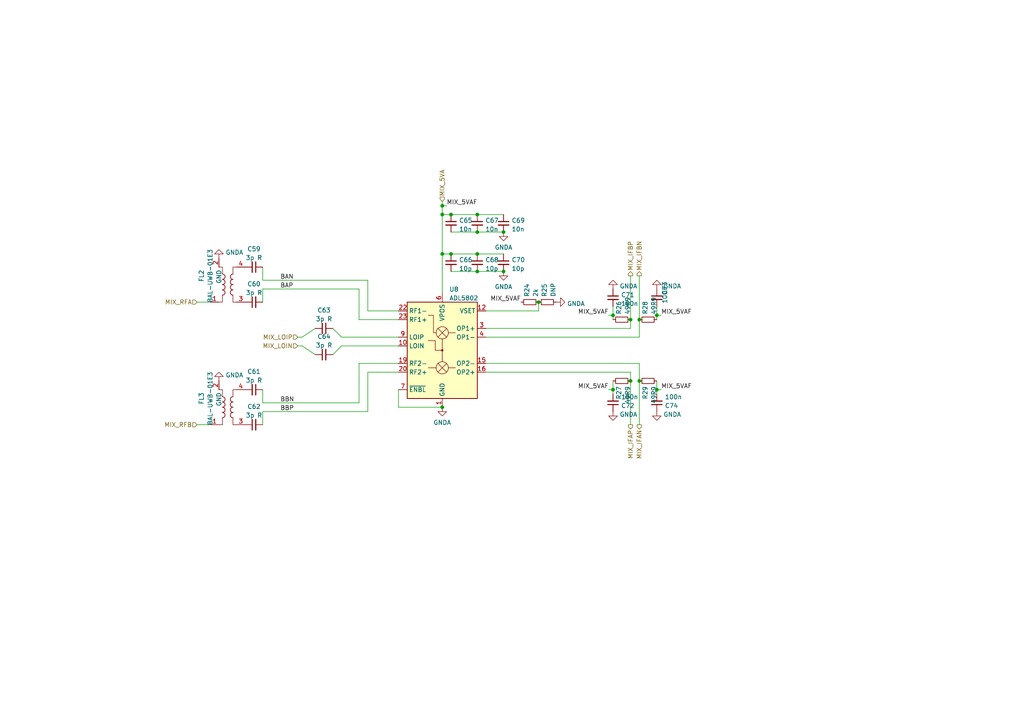
<source format=kicad_sch>
(kicad_sch (version 20230121) (generator eeschema)
  (paper "A4")
  (lib_symbols
    (symbol "BAL-UWB-01E3:BAL-UWB-01E3" (pin_names (offset 0.762))
      (property "Reference" "FL" (at 13.97 2.54 0))
      (property "Value" "BAL-UWB-01E3" (at 13.97 0 0))
      (symbol "BAL-UWB-01E3_1_1"
        (polyline (pts (xy 2.54 -5.08) (xy 2.54 -4.064) (xy 4.572 -4.064)) (stroke (width 0.1524)))
        (polyline (pts (xy 4.572 -1.016) (xy 2.54 -1.016) (xy 2.54 0)) (stroke (width 0.1524)))
        (polyline (pts (xy 10.668 -4.064) (xy 12.7 -4.064) (xy 12.7 -5.08)) (stroke (width 0.1524)))
        (polyline (pts (xy 12.7 0) (xy 12.7 -1.016) (xy 10.668 -1.016)) (stroke (width 0.1524)))
        (arc (start 4.572 -1.016) (mid 5.334 -1.7747) (end 6.096 -1.016) (stroke (width 0.2032)))
        (arc (start 6.096 -4.064) (mid 5.334 -3.3053) (end 4.572 -4.064) (stroke (width 0.2032)))
        (arc (start 6.096 -1.016) (mid 6.858 -1.7747) (end 7.62 -1.016) (stroke (width 0.2032)))
        (arc (start 7.62 -4.064) (mid 6.858 -3.3053) (end 6.096 -4.064) (stroke (width 0.2032)))
        (arc (start 7.62 -1.016) (mid 8.382 -1.7747) (end 9.144 -1.016) (stroke (width 0.2032)))
        (arc (start 9.144 -4.064) (mid 8.382 -3.3053) (end 7.62 -4.064) (stroke (width 0.2032)))
        (arc (start 9.144 -1.016) (mid 9.906 -1.7747) (end 10.668 -1.016) (stroke (width 0.2032)))
        (arc (start 10.668 -4.064) (mid 9.906 -3.3053) (end 9.144 -4.064) (stroke (width 0.2032)))
        (pin passive line (at 12.7 2.54 270) (length 2.54) (name "~") (number "1"))
        (pin power_in line (at 0 0 0) (length 2.54) (name "GND") (number "2"))
        (pin passive line (at 12.7 -7.62 90) (length 2.54) (name "~") (number "3"))
        (pin passive line (at 2.54 -7.62 90) (length 2.54) (name "~") (number "4"))
        (pin passive line (at 0 0 0) (length 2.54) hide (name "GND") (number "5"))
        (pin no_connect line (at 7.62 -5.08 90) (length 2.54) hide (name "NC") (number "6"))
      )
    )
    (symbol "Device:C_Small" (pin_numbers hide) (pin_names (offset 0.254) hide)
      (property "Reference" "C" (at 0.254 1.778 0))
      (property "Value" "C_Small" (at 0.254 -2.032 0))
      (symbol "C_Small_0_1"
        (polyline (pts (xy -1.524 -0.508) (xy 1.524 -0.508)) (stroke (width 0.3302)))
        (polyline (pts (xy -1.524 0.508) (xy 1.524 0.508)) (stroke (width 0.3048)))
      )
      (symbol "C_Small_1_1"
        (pin passive line (at 0 2.54 270) (length 2.032) (name "~") (number "1"))
        (pin passive line (at 0 -2.54 90) (length 2.032) (name "~") (number "2"))
      )
    )
    (symbol "Device:R_Small" (pin_numbers hide) (pin_names (offset 0.254) hide)
      (property "Reference" "R" (at 0.762 0.508 0))
      (property "Value" "R_Small" (at 0.762 -1.016 0))
      (symbol "R_Small_0_1"
        (rectangle (start -0.762 1.778) (end 0.762 -1.778) (stroke (width 0.2032)))
      )
      (symbol "R_Small_1_1"
        (pin passive line (at 0 2.54 270) (length 0.762) (name "~") (number "1"))
        (pin passive line (at 0 -2.54 90) (length 0.762) (name "~") (number "2"))
      )
    )
    (symbol "RF_Mixer:ADL5802"
      (property "Reference" "U" (at -8.89 16.51 0))
      (property "Value" "ADL5802" (at 6.35 16.51 0))
      (symbol "ADL5802_0_1"
        (rectangle (start -10.16 15.24) (end 10.16 -12.7) (stroke (width 0.254)) (fill (type background)))
        (polyline (pts (xy -1.778 -3.81) (xy -4.064 -3.81)))
        (polyline (pts (xy 0 4.572) (xy 0 -2.032)))
        (polyline (pts (xy -1.778 6.35) (xy -2.54 6.35) (xy -2.54 11.43) (xy -4.064 11.43)))
        (polyline (pts (xy 0 1.27) (xy -2.032 1.27) (xy -2.032 4.064) (xy -3.048 4.064) (xy -4.064 4.064)))
        (circle (center 0 1.27) (radius 0.254) (fill (type outline)))
      )
      (symbol "ADL5802_1_1"
        (circle (center 0 -3.81) (radius 1.778))
        (polyline (pts (xy -1.27 -5.08) (xy 1.27 -2.54)))
        (polyline (pts (xy -1.27 -2.54) (xy 1.27 -5.08)))
        (polyline (pts (xy -1.27 5.08) (xy 1.27 7.62)))
        (polyline (pts (xy -1.27 7.62) (xy 1.27 5.08)))
        (circle (center 0 6.35) (radius 1.778))
        (rectangle (start 3.81 -3.81) (end 1.778 -3.81))
        (rectangle (start 3.81 6.35) (end 1.778 6.35))
        (pin power_in line (at 0 -15.24 90) (length 2.54) (name "GND") (number "1"))
        (pin input line (at -12.7 2.54 0) (length 2.54) (name "LOIN") (number "10"))
        (pin passive line (at 0 -15.24 90) (length 2.54) hide (name "GND") (number "11"))
        (pin input line (at 12.7 12.7 180) (length 2.54) (name "VSET") (number "12"))
        (pin passive line (at 0 17.78 270) (length 2.54) hide (name "VPOS") (number "13"))
        (pin passive line (at 0 -15.24 90) (length 2.54) hide (name "GND") (number "14"))
        (pin output line (at 12.7 -2.54 180) (length 2.54) (name "OP2-") (number "15"))
        (pin output line (at 12.7 -5.08 180) (length 2.54) (name "OP2+") (number "16"))
        (pin passive line (at 0 -15.24 90) (length 2.54) hide (name "GND") (number "17"))
        (pin passive line (at 0 -15.24 90) (length 2.54) hide (name "GND") (number "18"))
        (pin input line (at -12.7 -2.54 0) (length 2.54) (name "RF2-") (number "19"))
        (pin passive line (at 0 -15.24 90) (length 2.54) hide (name "GND") (number "2"))
        (pin input line (at -12.7 -5.08 0) (length 2.54) (name "RF2+") (number "20"))
        (pin passive line (at 0 -15.24 90) (length 2.54) hide (name "GND") (number "21"))
        (pin input line (at -12.7 12.7 0) (length 2.54) (name "RF1-") (number "22"))
        (pin input line (at -12.7 10.16 0) (length 2.54) (name "RF1+") (number "23"))
        (pin passive line (at 0 17.78 270) (length 2.54) hide (name "VPOS") (number "24"))
        (pin passive line (at 0 -15.24 90) (length 2.54) hide (name "GND") (number "25"))
        (pin output line (at 12.7 7.62 180) (length 2.54) (name "OP1+") (number "3"))
        (pin output line (at 12.7 5.08 180) (length 2.54) (name "OP1-") (number "4"))
        (pin passive line (at 0 -15.24 90) (length 2.54) hide (name "GND") (number "5"))
        (pin power_in line (at 0 17.78 270) (length 2.54) (name "VPOS") (number "6"))
        (pin input line (at -12.7 -10.16 0) (length 2.54) (name "~{ENBL}") (number "7"))
        (pin passive line (at 0 -15.24 90) (length 2.54) hide (name "GND") (number "8"))
        (pin input line (at -12.7 5.08 0) (length 2.54) (name "LOIP") (number "9"))
      )
    )
    (symbol "power:GNDA" (power) (pin_names (offset 0))
      (property "Value" "GNDA" (at 0 -3.81 0))
      (symbol "GNDA_0_1"
        (polyline (pts (xy 0 0) (xy 0 -1.27) (xy 1.27 -1.27) (xy 0 -2.54) (xy -1.27 -1.27) (xy 0 -1.27)))
      )
      (symbol "GNDA_1_1"
        (pin power_in line (at 0 0 270) (length 0) hide (name "GNDA") (number "1"))
      )
    )
  )
  (junction (at 146.05 67.31))
  (junction (at 190.5 113.03))
  (junction (at 130.81 62.23))
  (junction (at 156.21 87.63))
  (junction (at 182.88 110.49))
  (junction (at 185.42 110.49))
  (junction (at 177.8 113.03))
  (junction (at 128.27 118.11))
  (junction (at 138.43 73.66))
  (junction (at 182.88 92.71))
  (junction (at 185.42 92.71))
  (junction (at 138.43 78.74))
  (junction (at 128.27 62.23))
  (junction (at 128.27 73.66))
  (junction (at 130.81 73.66))
  (junction (at 146.05 78.74))
  (junction (at 138.43 67.31))
  (junction (at 177.8 91.44))
  (junction (at 190.5 91.44))
  (junction (at 138.43 62.23))
  (junction (at 128.27 59.69))
  (wire (pts (xy 138.43 78.74) (xy 146.05 78.74)))
  (wire (pts (xy 182.88 95.25) (xy 182.88 92.71)))
  (wire (pts (xy 128.27 73.66) (xy 130.81 73.66)))
  (wire (pts (xy 57.15 87.63) (xy 60.96 87.63)))
  (wire (pts (xy 86.36 97.79) (xy 87.63 97.79)))
  (wire (pts (xy 177.8 88.9) (xy 177.8 91.44)))
  (wire (pts (xy 99.06 100.33) (xy 96.52 102.87)))
  (wire (pts (xy 185.42 110.49) (xy 185.42 105.41)))
  (wire (pts (xy 115.57 90.17) (xy 106.68 90.17)))
  (wire (pts (xy 104.14 83.82) (xy 104.14 92.71)))
  (wire (pts (xy 190.5 113.03) (xy 191.77 113.03)))
  (wire (pts (xy 86.36 100.33) (xy 87.63 100.33)))
  (wire (pts (xy 130.81 67.31) (xy 138.43 67.31)))
  (wire (pts (xy 185.42 92.71) (xy 185.42 97.79)))
  (wire (pts (xy 185.42 123.19) (xy 185.42 110.49)))
  (wire (pts (xy 130.81 78.74) (xy 138.43 78.74)))
  (wire (pts (xy 87.63 97.79) (xy 91.44 95.25)))
  (wire (pts (xy 140.97 107.95) (xy 182.88 107.95)))
  (wire (pts (xy 130.81 73.66) (xy 138.43 73.66)))
  (wire (pts (xy 190.5 91.44) (xy 190.5 92.71)))
  (wire (pts (xy 76.2 119.38) (xy 106.68 119.38)))
  (wire (pts (xy 128.27 62.23) (xy 130.81 62.23)))
  (wire (pts (xy 115.57 113.03) (xy 115.57 118.11)))
  (wire (pts (xy 76.2 83.82) (xy 76.2 87.63)))
  (wire (pts (xy 87.63 100.33) (xy 91.44 102.87)))
  (wire (pts (xy 176.53 113.03) (xy 177.8 113.03)))
  (wire (pts (xy 182.88 107.95) (xy 182.88 110.49)))
  (wire (pts (xy 182.88 123.19) (xy 182.88 110.49)))
  (wire (pts (xy 104.14 92.71) (xy 115.57 92.71)))
  (wire (pts (xy 128.27 62.23) (xy 128.27 73.66)))
  (wire (pts (xy 190.5 88.9) (xy 190.5 91.44)))
  (wire (pts (xy 190.5 91.44) (xy 191.77 91.44)))
  (wire (pts (xy 138.43 73.66) (xy 146.05 73.66)))
  (wire (pts (xy 190.5 113.03) (xy 190.5 114.3)))
  (wire (pts (xy 96.52 95.25) (xy 99.06 97.79)))
  (wire (pts (xy 130.81 62.23) (xy 138.43 62.23)))
  (wire (pts (xy 115.57 100.33) (xy 99.06 100.33)))
  (wire (pts (xy 185.42 80.01) (xy 185.42 92.71)))
  (wire (pts (xy 128.27 73.66) (xy 128.27 85.09)))
  (wire (pts (xy 138.43 62.23) (xy 146.05 62.23)))
  (wire (pts (xy 115.57 118.11) (xy 128.27 118.11)))
  (wire (pts (xy 185.42 97.79) (xy 140.97 97.79)))
  (wire (pts (xy 140.97 90.17) (xy 156.21 90.17)))
  (wire (pts (xy 106.68 90.17) (xy 106.68 81.28)))
  (wire (pts (xy 138.43 67.31) (xy 146.05 67.31)))
  (wire (pts (xy 177.8 113.03) (xy 177.8 114.3)))
  (wire (pts (xy 76.2 83.82) (xy 104.14 83.82)))
  (wire (pts (xy 106.68 107.95) (xy 115.57 107.95)))
  (wire (pts (xy 177.8 91.44) (xy 176.53 91.44)))
  (wire (pts (xy 76.2 113.03) (xy 76.2 116.84)))
  (wire (pts (xy 76.2 81.28) (xy 106.68 81.28)))
  (wire (pts (xy 190.5 110.49) (xy 190.5 113.03)))
  (wire (pts (xy 128.27 58.42) (xy 128.27 59.69)))
  (wire (pts (xy 140.97 95.25) (xy 182.88 95.25)))
  (wire (pts (xy 177.8 91.44) (xy 177.8 92.71)))
  (wire (pts (xy 76.2 116.84) (xy 104.14 116.84)))
  (wire (pts (xy 76.2 77.47) (xy 76.2 81.28)))
  (wire (pts (xy 128.27 59.69) (xy 128.27 62.23)))
  (wire (pts (xy 76.2 119.38) (xy 76.2 123.19)))
  (wire (pts (xy 57.15 123.19) (xy 60.96 123.19)))
  (wire (pts (xy 182.88 80.01) (xy 182.88 92.71)))
  (wire (pts (xy 104.14 116.84) (xy 104.14 105.41)))
  (wire (pts (xy 99.06 97.79) (xy 115.57 97.79)))
  (wire (pts (xy 185.42 105.41) (xy 140.97 105.41)))
  (wire (pts (xy 156.21 90.17) (xy 156.21 87.63)))
  (wire (pts (xy 128.27 59.69) (xy 129.54 59.69)))
  (wire (pts (xy 177.8 110.49) (xy 177.8 113.03)))
  (wire (pts (xy 104.14 105.41) (xy 115.57 105.41)))
  (wire (pts (xy 106.68 119.38) (xy 106.68 107.95)))
  (label "BBN" (at 81.28 116.84 0))
  (label "MIX_5VAF" (at 129.54 59.69 0))
  (label "MIX_5VAF" (at 191.77 113.03 0))
  (label "MIX_5VAF" (at 176.53 113.03 180))
  (label "MIX_5VAF" (at 151.13 87.63 180))
  (label "MIX_5VAF" (at 176.53 91.44 180))
  (label "BBP" (at 81.28 119.38 0))
  (label "BAP" (at 81.28 83.82 0))
  (label "BAN" (at 81.28 81.28 0))
  (label "MIX_5VAF" (at 191.77 91.44 0))
  (hierarchical_label "MIX_5VA" (shape input) (at 128.27 58.42 90))
  (hierarchical_label "MIX_LOIP" (shape input) (at 86.36 97.79 180))
  (hierarchical_label "MIX_IFBN" (shape output) (at 185.42 80.01 90))
  (hierarchical_label "MIX_IFAP" (shape output) (at 182.88 123.19 270))
  (hierarchical_label "MIX_RFA" (shape input) (at 57.15 87.63 180))
  (hierarchical_label "MIX_IFBP" (shape output) (at 182.88 80.01 90))
  (hierarchical_label "MIX_LOIN" (shape input) (at 86.36 100.33 180))
  (hierarchical_label "MIX_RFB" (shape input) (at 57.15 123.19 180))
  (hierarchical_label "MIX_IFAN" (shape output) (at 185.42 123.19 270))
  (symbol (lib_id "Device:C_Small") (at 138.43 64.77 0) (unit 1)
    (property "Reference" "C67" (at 140.7541 63.9416 0) (effects (justify left)))
    (property "Value" "10n" (at 140.7541 66.4785 0) (effects (justify left)))
    (property "Footprint" "Capacitor_SMD:C_0402_1005Metric" (effects hide))
  )
  (symbol (lib_id "power:GNDA") (at 161.29 87.63 90) (unit 1)
    (property "Reference" "#PWR0148" (effects hide))
    (property "Value" "GNDA" (at 164.465 88.0638 90) (effects (justify right)))
  )
  (symbol (lib_id "Device:C_Small") (at 177.8 86.36 0) (unit 1)
    (property "Reference" "C71" (at 180.1241 85.5316 0) (effects (justify left)))
    (property "Value" "100n" (at 180.1241 88.0685 0) (effects (justify left)))
    (property "Footprint" "Capacitor_SMD:C_0402_1005Metric" (effects hide))
  )
  (symbol (lib_id "Device:R_Small") (at 187.96 110.49 270) (mirror x) (unit 1)
    (property "Reference" "R29" (at 187.1253 111.9886 0) (effects (justify right)))
    (property "Value" "49R9" (at 189.6622 111.9886 0) (effects (justify right)))
    (property "Footprint" "Resistor_SMD:R_0402_1005Metric" (effects hide))
  )
  (symbol (lib_id "power:GNDA") (at 190.5 119.38 0) (mirror y) (unit 1)
    (property "Reference" "#PWR0156" (effects hide))
    (property "Value" "GNDA" (at 192.405 120.2162 0) (effects (justify right)))
  )
  (symbol (lib_id "Device:R_Small") (at 187.96 92.71 270) (unit 1)
    (property "Reference" "R28" (at 187.1253 91.2114 0) (effects (justify right)))
    (property "Value" "49R9" (at 189.6622 91.2114 0) (effects (justify right)))
    (property "Footprint" "Resistor_SMD:R_0402_1005Metric" (effects hide))
  )
  (symbol (lib_id "Device:C_Small") (at 73.66 77.47 270) (unit 1)
    (property "Reference" "C59" (at 73.6536 72.2081 90))
    (property "Value" "3p R" (at 73.6536 74.745 90))
    (property "Footprint" "Capacitor_SMD:C_0402_1005Metric" (effects hide))
  )
  (symbol (lib_id "Device:C_Small") (at 130.81 76.2 0) (unit 1)
    (property "Reference" "C66" (at 133.1341 75.3716 0) (effects (justify left)))
    (property "Value" "10p" (at 133.1341 77.9085 0) (effects (justify left)))
    (property "Footprint" "Capacitor_SMD:C_0402_1005Metric" (effects hide))
  )
  (symbol (lib_id "Device:C_Small") (at 146.05 76.2 0) (unit 1)
    (property "Reference" "C70" (at 148.3741 75.3716 0) (effects (justify left)))
    (property "Value" "10p" (at 148.3741 77.9085 0) (effects (justify left)))
    (property "Footprint" "Capacitor_SMD:C_0402_1005Metric" (effects hide))
  )
  (symbol (lib_id "Device:C_Small") (at 130.81 64.77 0) (unit 1)
    (property "Reference" "C65" (at 133.1341 63.9416 0) (effects (justify left)))
    (property "Value" "10n" (at 133.1341 66.4785 0) (effects (justify left)))
    (property "Footprint" "Capacitor_SMD:C_0402_1005Metric" (effects hide))
  )
  (symbol (lib_id "power:GNDA") (at 146.05 67.31 0) (unit 1)
    (property "Reference" "#PWR0151" (effects hide))
    (property "Value" "GNDA" (at 146.05 71.7534 0))
  )
  (symbol (lib_id "RF_Mixer:ADL5802") (at 128.27 102.87 0) (unit 1)
    (property "Reference" "U8" (at 130.2894 83.9302 0) (effects (justify left)))
    (property "Value" "ADL5802" (at 130.2894 86.4671 0) (effects (justify left)))
    (property "Footprint" "Package_CSP:LFCSP-24-1EP_4x4mm_P0.5mm_EP2.5x2.5mm_ThermalVias" (effects hide))
    (property "Datasheet" "https://www.analog.com/media/en/technical-documentation/data-sheets/ADL5802.pdf" (effects hide))
  )
  (symbol (lib_id "Device:C_Small") (at 73.66 123.19 90) (unit 1)
    (property "Reference" "C62" (at 73.6663 117.9281 90))
    (property "Value" "3p R" (at 73.6663 120.465 90))
    (property "Footprint" "Capacitor_SMD:C_0402_1005Metric" (effects hide))
  )
  (symbol (lib_id "Device:C_Small") (at 73.66 113.03 270) (unit 1)
    (property "Reference" "C61" (at 73.6536 107.7681 90))
    (property "Value" "3p R" (at 73.6536 110.305 90))
    (property "Footprint" "Capacitor_SMD:C_0402_1005Metric" (effects hide))
  )
  (symbol (lib_id "power:GNDA") (at 177.8 119.38 0) (mirror y) (unit 1)
    (property "Reference" "#PWR0159" (effects hide))
    (property "Value" "GNDA" (at 179.705 120.2162 0) (effects (justify right)))
  )
  (symbol (lib_id "Device:R_Small") (at 153.67 87.63 90) (unit 1)
    (property "Reference" "R24" (at 152.8353 86.1314 0) (effects (justify left)))
    (property "Value" "2k" (at 155.3722 86.1314 0) (effects (justify left)))
    (property "Footprint" "Resistor_SMD:R_0402_1005Metric" (effects hide))
  )
  (symbol (lib_id "Device:R_Small") (at 180.34 110.49 270) (mirror x) (unit 1)
    (property "Reference" "R27" (at 179.5053 111.9886 0) (effects (justify right)))
    (property "Value" "49R9" (at 182.0422 111.9886 0) (effects (justify right)))
    (property "Footprint" "Resistor_SMD:R_0402_1005Metric" (effects hide))
  )
  (symbol (lib_id "power:GNDA") (at 63.5 74.93 180) (unit 1)
    (property "Reference" "#PWR0160" (effects hide))
    (property "Value" "GNDA" (at 65.405 73.2262 0) (effects (justify right)))
  )
  (symbol (lib_id "power:GNDA") (at 146.05 78.74 0) (unit 1)
    (property "Reference" "#PWR0147" (effects hide))
    (property "Value" "GNDA" (at 146.05 83.1834 0))
  )
  (symbol (lib_id "BAL-UWB-01E3:BAL-UWB-01E3") (at 63.5 74.93 90) (mirror x) (unit 1)
    (property "Reference" "FL2" (at 58.4231 80.01 0))
    (property "Value" "BAL-UWB-01E3" (at 60.96 80.01 0))
    (property "Footprint" "BAL_UWB_01E3:SOIC-6" (effects hide))
    (property "Datasheet" "https://www.st.com/resource/en/datasheet/bal-uwb-01e3.pdf" (effects hide))
    (property "Description" "Signal Conditioning DFD PROTECTION & FILTER" (effects hide))
    (property "Height" "0.45" (effects hide))
    (property "Mouser Part Number" "511-BAL-UWB-01E3" (effects hide))
    (property "Mouser Price/Stock" "https://www.mouser.co.uk/ProductDetail/STMicroelectronics/BAL-UWB-01E3?qs=ZSypp649SOWHmVbGHG7Pvw%3D%3D" (effects hide))
    (property "Manufacturer_Name" "STMicroelectronics" (effects hide))
    (property "Manufacturer_Part_Number" "BAL-UWB-01E3" (effects hide))
  )
  (symbol (lib_id "Device:C_Small") (at 177.8 116.84 0) (mirror x) (unit 1)
    (property "Reference" "C72" (at 180.1241 117.6684 0) (effects (justify left)))
    (property "Value" "100n" (at 180.1241 115.1315 0) (effects (justify left)))
    (property "Footprint" "Capacitor_SMD:C_0402_1005Metric" (effects hide))
  )
  (symbol (lib_id "power:GNDA") (at 63.5 110.49 180) (unit 1)
    (property "Reference" "#PWR0161" (effects hide))
    (property "Value" "GNDA" (at 65.405 108.7862 0) (effects (justify right)))
  )
  (symbol (lib_id "Device:C_Small") (at 138.43 76.2 0) (unit 1)
    (property "Reference" "C68" (at 140.7541 75.3716 0) (effects (justify left)))
    (property "Value" "10p" (at 140.7541 77.9085 0) (effects (justify left)))
    (property "Footprint" "Capacitor_SMD:C_0402_1005Metric" (effects hide))
  )
  (symbol (lib_id "Device:C_Small") (at 190.5 116.84 0) (mirror x) (unit 1)
    (property "Reference" "C74" (at 192.8241 117.6684 0) (effects (justify left)))
    (property "Value" "100n" (at 192.8241 115.1315 0) (effects (justify left)))
    (property "Footprint" "Capacitor_SMD:C_0402_1005Metric" (effects hide))
  )
  (symbol (lib_id "Device:R_Small") (at 180.34 92.71 270) (unit 1)
    (property "Reference" "R26" (at 179.5053 91.2114 0) (effects (justify right)))
    (property "Value" "49R9" (at 182.0422 91.2114 0) (effects (justify right)))
    (property "Footprint" "Resistor_SMD:R_0402_1005Metric" (effects hide))
  )
  (symbol (lib_id "Device:C_Small") (at 93.98 95.25 270) (unit 1)
    (property "Reference" "C63" (at 93.9736 89.9881 90))
    (property "Value" "3p R" (at 93.9736 92.525 90))
    (property "Footprint" "Capacitor_SMD:C_0402_1005Metric" (effects hide))
  )
  (symbol (lib_id "Device:C_Small") (at 73.66 87.63 90) (unit 1)
    (property "Reference" "C60" (at 73.6663 82.3681 90))
    (property "Value" "3p R" (at 73.6663 84.905 90))
    (property "Footprint" "Capacitor_SMD:C_0402_1005Metric" (effects hide))
  )
  (symbol (lib_id "power:GNDA") (at 177.8 83.82 180) (unit 1)
    (property "Reference" "#PWR0154" (effects hide))
    (property "Value" "GNDA" (at 179.705 82.9838 0) (effects (justify right)))
  )
  (symbol (lib_id "Device:R_Small") (at 158.75 87.63 90) (unit 1)
    (property "Reference" "R25" (at 157.9153 86.1314 0) (effects (justify left)))
    (property "Value" "DNP" (at 160.4522 86.1314 0) (effects (justify left)))
    (property "Footprint" "Resistor_SMD:R_0402_1005Metric" (effects hide))
  )
  (symbol (lib_id "power:GNDA") (at 190.5 83.82 180) (unit 1)
    (property "Reference" "#PWR0157" (effects hide))
    (property "Value" "GNDA" (at 192.405 82.9838 0) (effects (justify right)))
  )
  (symbol (lib_id "Device:C_Small") (at 190.5 86.36 0) (unit 1)
    (property "Reference" "C73" (at 192.8241 85.5316 90) (effects (justify left)))
    (property "Value" "100n" (at 192.8241 88.0685 90) (effects (justify left)))
    (property "Footprint" "Capacitor_SMD:C_0402_1005Metric" (effects hide))
  )
  (symbol (lib_id "Device:C_Small") (at 93.98 102.87 90) (unit 1)
    (property "Reference" "C64" (at 93.9863 97.6081 90))
    (property "Value" "3p R" (at 93.9863 100.145 90))
    (property "Footprint" "Capacitor_SMD:C_0402_1005Metric" (effects hide))
  )
  (symbol (lib_id "power:GNDA") (at 128.27 118.11 0) (unit 1)
    (property "Reference" "#PWR0146" (effects hide))
    (property "Value" "GNDA" (at 128.27 122.5534 0))
  )
  (symbol (lib_id "BAL-UWB-01E3:BAL-UWB-01E3") (at 63.5 110.49 90) (mirror x) (unit 1)
    (property "Reference" "FL3" (at 58.4231 115.57 0))
    (property "Value" "BAL-UWB-01E3" (at 60.96 115.57 0))
    (property "Footprint" "BAL_UWB_01E3:SOIC-6" (effects hide))
    (property "Datasheet" "https://www.st.com/resource/en/datasheet/bal-uwb-01e3.pdf" (effects hide))
    (property "Description" "Signal Conditioning DFD PROTECTION & FILTER" (effects hide))
    (property "Height" "0.45" (effects hide))
    (property "Mouser Part Number" "511-BAL-UWB-01E3" (effects hide))
    (property "Mouser Price/Stock" "https://www.mouser.co.uk/ProductDetail/STMicroelectronics/BAL-UWB-01E3?qs=ZSypp649SOWHmVbGHG7Pvw%3D%3D" (effects hide))
    (property "Manufacturer_Name" "STMicroelectronics" (effects hide))
    (property "Manufacturer_Part_Number" "BAL-UWB-01E3" (effects hide))
  )
  (symbol (lib_id "Device:C_Small") (at 146.05 64.77 0) (unit 1)
    (property "Reference" "C69" (at 148.3741 63.9416 0) (effects (justify left)))
    (property "Value" "10n" (at 148.3741 66.4785 0) (effects (justify left)))
    (property "Footprint" "Capacitor_SMD:C_0402_1005Metric" (effects hide))
  )
)
</source>
